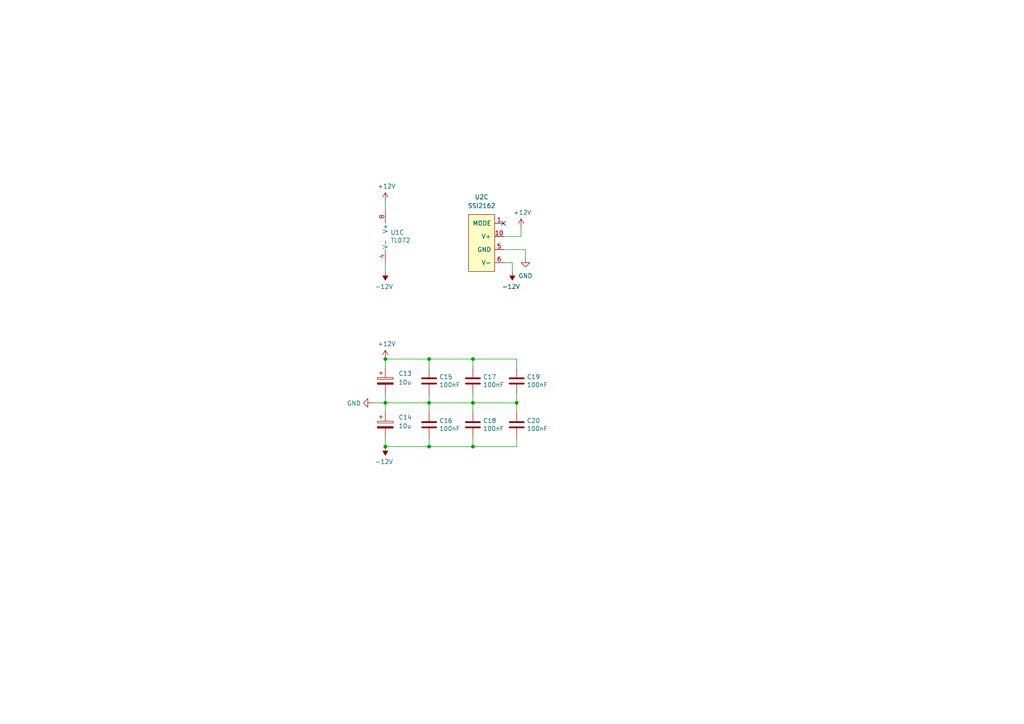
<source format=kicad_sch>
(kicad_sch (version 20211123) (generator eeschema)
  (paper "A4")
  (title_block (title "minimoog LPF") (date "2022-07-19") (rev "0.1") (comment 1 "creativecommons.org/licenses/by/4.0/") (comment 2 "License: CC by 4.0") (comment 3 "Author: Jordan Aceto"))
  (lib_symbols
    (symbol "Amplifier_Operational:TL072" (pin_names (offset 0.127))
      (property "Reference" "U" (at 0 5.08 0))
      (property "Value" "TL072" (at 0 -5.08 0))
      (symbol "TL072_1_1"
        (polyline (pts (xy -5.08 5.08) (xy 5.08 0) (xy -5.08 -5.08) (xy -5.08 5.08)) (stroke (width 0.254)) (fill (type background)))
        (pin output line (at 7.62 0 180) (length 2.54) (name "~") (number "1"))
        (pin input line (at -7.62 -2.54 0) (length 2.54) (name "-") (number "2"))
        (pin input line (at -7.62 2.54 0) (length 2.54) (name "+") (number "3"))
      )
      (symbol "TL072_2_1"
        (polyline (pts (xy -5.08 5.08) (xy 5.08 0) (xy -5.08 -5.08) (xy -5.08 5.08)) (stroke (width 0.254)) (fill (type background)))
        (pin input line (at -7.62 2.54 0) (length 2.54) (name "+") (number "5"))
        (pin input line (at -7.62 -2.54 0) (length 2.54) (name "-") (number "6"))
        (pin output line (at 7.62 0 180) (length 2.54) (name "~") (number "7"))
      )
      (symbol "TL072_3_1"
        (pin power_in line (at -2.54 -7.62 90) (length 3.81) (name "V-") (number "4"))
        (pin power_in line (at -2.54 7.62 270) (length 3.81) (name "V+") (number "8"))
      )
    )
    (symbol "Device:C" (pin_numbers hide) (pin_names (offset 0.254))
      (property "Reference" "C" (at 0.635 2.54 0))
      (property "Value" "C" (at 0.635 -2.54 0))
      (symbol "C_0_1"
        (polyline (pts (xy -2.032 -0.762) (xy 2.032 -0.762)) (stroke (width 0.508)))
        (polyline (pts (xy -2.032 0.762) (xy 2.032 0.762)) (stroke (width 0.508)))
      )
      (symbol "C_1_1"
        (pin passive line (at 0 3.81 270) (length 2.794) (name "~") (number "1"))
        (pin passive line (at 0 -3.81 90) (length 2.794) (name "~") (number "2"))
      )
    )
    (symbol "Device:C_Polarized" (pin_numbers hide) (pin_names (offset 0.254))
      (property "Reference" "C" (at 0.635 2.54 0))
      (property "Value" "C_Polarized" (at 0.635 -2.54 0))
      (symbol "C_Polarized_0_1"
        (rectangle (start -2.286 0.508) (end 2.286 1.016))
        (polyline (pts (xy -1.778 2.286) (xy -0.762 2.286)))
        (polyline (pts (xy -1.27 2.794) (xy -1.27 1.778)))
        (rectangle (start 2.286 -0.508) (end -2.286 -1.016) (fill (type outline)))
      )
      (symbol "C_Polarized_1_1"
        (pin passive line (at 0 3.81 270) (length 2.794) (name "~") (number "1"))
        (pin passive line (at 0 -3.81 90) (length 2.794) (name "~") (number "2"))
      )
    )
    (symbol "custom_symbols:SSI2162" (pin_names (offset 1.016))
      (property "Reference" "U?" (at -2.54 10.16 0))
      (property "Value" "SSI2162" (at -2.54 7.62 0))
      (symbol "SSI2162_1_1"
        (rectangle (start -5.08 5.08) (end 5.08 -5.08) (fill (type background)))
        (polyline (pts (xy 5.08 5.08) (xy -5.08 -5.08)))
        (polyline (pts (xy 5.08 5.08) (xy 10.16 0) (xy 5.08 -5.08) (xy -5.08 5.08)) (fill (type background)))
        (pin input line (at -7.62 0 0) (length 2.54) (name "~") (number "2"))
        (pin input line (at 0 -7.62 90) (length 2.54) (name "~") (number "3"))
        (pin output line (at 12.7 0 180) (length 2.54) (name "~") (number "4"))
      )
      (symbol "SSI2162_2_1"
        (rectangle (start -5.08 5.08) (end 5.08 -5.08) (fill (type background)))
        (polyline (pts (xy 5.08 5.08) (xy -5.08 -5.08)))
        (polyline (pts (xy 5.08 5.08) (xy 10.16 0) (xy 5.08 -5.08) (xy -5.08 5.08)) (fill (type background)))
        (pin output line (at 12.7 0 180) (length 2.54) (name "~") (number "7"))
        (pin input line (at 0 -7.62 90) (length 2.54) (name "~") (number "8"))
        (pin input line (at -7.62 0 0) (length 2.54) (name "~") (number "9"))
      )
      (symbol "SSI2162_3_1"
        (rectangle (start 3.81 -10.16) (end -3.81 6.35) (fill (type background)))
        (pin input line (at 6.35 3.81 180) (length 2.54) (name "MODE") (number "1"))
        (pin power_in line (at 6.35 0 180) (length 2.54) (name "V+") (number "10"))
        (pin power_in line (at 6.35 -3.81 180) (length 2.54) (name "GND") (number "5"))
        (pin power_in line (at 6.35 -7.62 180) (length 2.54) (name "V-") (number "6"))
      )
    )
    (symbol "power:+12V" (power) (pin_names (offset 0))
      (property "Value" "+12V" (at 0 3.556 0))
      (symbol "+12V_0_1"
        (polyline (pts (xy -0.762 1.27) (xy 0 2.54)))
        (polyline (pts (xy 0 0) (xy 0 2.54)))
        (polyline (pts (xy 0 2.54) (xy 0.762 1.27)))
      )
      (symbol "+12V_1_1"
        (pin power_in line (at 0 0 90) (length 0) hide (name "+12V") (number "1"))
      )
    )
    (symbol "power:-12V" (power) (pin_names (offset 0))
      (property "Value" "-12V" (at 0 3.81 0))
      (symbol "-12V_0_0"
        (pin power_in line (at 0 0 90) (length 0) hide (name "-12V") (number "1"))
      )
      (symbol "-12V_0_1"
        (polyline (pts (xy 0 0) (xy 0 1.27) (xy 0.762 1.27) (xy 0 2.54) (xy -0.762 1.27) (xy 0 1.27)) (fill (type outline)))
      )
    )
    (symbol "power:GND" (power) (pin_names (offset 0))
      (property "Value" "GND" (at 0 -3.81 0))
      (symbol "GND_0_1"
        (polyline (pts (xy 0 0) (xy 0 -1.27) (xy 1.27 -1.27) (xy 0 -2.54) (xy -1.27 -1.27) (xy 0 -1.27)))
      )
      (symbol "GND_1_1"
        (pin power_in line (at 0 0 270) (length 0) hide (name "GND") (number "1"))
      )
    )
  )
  (junction (at 124.46 116.84))
  (junction (at 137.16 104.14))
  (junction (at 111.76 129.54))
  (junction (at 124.46 129.54))
  (junction (at 111.76 104.14))
  (junction (at 111.76 116.84))
  (junction (at 137.16 116.84))
  (junction (at 124.46 104.14))
  (junction (at 137.16 129.54))
  (junction (at 149.86 116.84))
  (no_connect (at 146.05 64.77))
  (wire (pts (xy 148.59 76.2) (xy 148.59 78.74)))
  (wire (pts (xy 149.86 106.68) (xy 149.86 104.14)))
  (wire (pts (xy 124.46 116.84) (xy 111.76 116.84)))
  (wire (pts (xy 137.16 104.14) (xy 124.46 104.14)))
  (wire (pts (xy 137.16 116.84) (xy 124.46 116.84)))
  (wire (pts (xy 146.05 72.39) (xy 152.4 72.39)))
  (wire (pts (xy 146.05 68.58) (xy 151.13 68.58)))
  (wire (pts (xy 111.76 116.84) (xy 111.76 119.38)))
  (wire (pts (xy 124.46 104.14) (xy 111.76 104.14)))
  (wire (pts (xy 111.76 76.2) (xy 111.76 78.74)))
  (wire (pts (xy 137.16 114.3) (xy 137.16 116.84)))
  (wire (pts (xy 137.16 127) (xy 137.16 129.54)))
  (wire (pts (xy 137.16 106.68) (xy 137.16 104.14)))
  (wire (pts (xy 111.76 104.14) (xy 111.76 106.68)))
  (wire (pts (xy 149.86 127) (xy 149.86 129.54)))
  (wire (pts (xy 124.46 116.84) (xy 124.46 119.38)))
  (wire (pts (xy 149.86 114.3) (xy 149.86 116.84)))
  (wire (pts (xy 152.4 72.39) (xy 152.4 74.93)))
  (wire (pts (xy 111.76 129.54) (xy 111.76 127)))
  (wire (pts (xy 111.76 58.42) (xy 111.76 60.96)))
  (wire (pts (xy 146.05 76.2) (xy 148.59 76.2)))
  (wire (pts (xy 107.95 116.84) (xy 111.76 116.84)))
  (wire (pts (xy 149.86 116.84) (xy 137.16 116.84)))
  (wire (pts (xy 151.13 66.04) (xy 151.13 68.58)))
  (wire (pts (xy 149.86 104.14) (xy 137.16 104.14)))
  (wire (pts (xy 124.46 116.84) (xy 124.46 114.3)))
  (wire (pts (xy 149.86 129.54) (xy 137.16 129.54)))
  (wire (pts (xy 137.16 129.54) (xy 124.46 129.54)))
  (wire (pts (xy 124.46 129.54) (xy 111.76 129.54)))
  (wire (pts (xy 149.86 116.84) (xy 149.86 119.38)))
  (wire (pts (xy 124.46 127) (xy 124.46 129.54)))
  (wire (pts (xy 124.46 106.68) (xy 124.46 104.14)))
  (wire (pts (xy 137.16 116.84) (xy 137.16 119.38)))
  (wire (pts (xy 111.76 116.84) (xy 111.76 114.3)))
  (symbol (lib_id "Device:C") (at 124.46 123.19 0) (unit 1)
    (property "Reference" "C16" (at 127.381 122.0216 0) (effects (justify left)))
    (property "Value" "100nF" (at 127.381 124.333 0) (effects (justify left)))
    (property "Footprint" "Capacitor_SMD:C_0603_1608Metric" (effects hide))
  )
  (symbol (lib_id "Device:C") (at 137.16 110.49 0) (unit 1)
    (property "Reference" "C17" (at 140.081 109.3216 0) (effects (justify left)))
    (property "Value" "100nF" (at 140.081 111.633 0) (effects (justify left)))
    (property "Footprint" "Capacitor_SMD:C_0603_1608Metric" (effects hide))
  )
  (symbol (lib_id "Device:C") (at 137.16 123.19 0) (unit 1)
    (property "Reference" "C18" (at 140.081 122.0216 0) (effects (justify left)))
    (property "Value" "100nF" (at 140.081 124.333 0) (effects (justify left)))
    (property "Footprint" "Capacitor_SMD:C_0603_1608Metric" (effects hide))
  )
  (symbol (lib_id "Amplifier_Operational:TL072") (at 114.3 68.58 0) (unit 3)
    (property "Reference" "U1" (at 113.2332 67.4116 0) (effects (justify left)))
    (property "Value" "TL072" (at 113.2332 69.723 0) (effects (justify left)))
    (property "Footprint" "Package_SO:SOIC-8_3.9x4.9mm_P1.27mm" (effects hide))
    (property "Datasheet" "http://www.ti.com/lit/ds/symlink/tl071.pdf" (effects hide))
  )
  (symbol (lib_id "power:+12V") (at 111.76 58.42 0) (unit 1)
    (property "Reference" "#PWR0123" (effects hide))
    (property "Value" "+12V" (at 112.141 54.0258 0))
  )
  (symbol (lib_id "power:-12V") (at 111.76 78.74 180) (unit 1)
    (property "Reference" "#PWR0124" (effects hide))
    (property "Value" "-12V" (at 111.379 83.1342 0))
  )
  (symbol (lib_id "Device:C") (at 124.46 110.49 0) (unit 1)
    (property "Reference" "C15" (at 127.381 109.3216 0) (effects (justify left)))
    (property "Value" "100nF" (at 127.381 111.633 0) (effects (justify left)))
    (property "Footprint" "Capacitor_SMD:C_0603_1608Metric" (effects hide))
  )
  (symbol (lib_id "power:-12V") (at 111.76 129.54 180) (unit 1)
    (property "Reference" "#PWR0129" (effects hide))
    (property "Value" "-12V" (at 111.379 133.9342 0))
  )
  (symbol (lib_id "power:+12V") (at 111.76 104.14 0) (unit 1)
    (property "Reference" "#PWR0130" (effects hide))
    (property "Value" "+12V" (at 112.141 99.7458 0))
  )
  (symbol (lib_id "power:GND") (at 107.95 116.84 270) (unit 1)
    (property "Reference" "#PWR0131" (effects hide))
    (property "Value" "GND" (at 104.6988 116.967 90) (effects (justify right)))
  )
  (symbol (lib_id "Device:C") (at 149.86 110.49 0) (unit 1)
    (property "Reference" "C19" (at 152.781 109.3216 0) (effects (justify left)))
    (property "Value" "100nF" (at 152.781 111.633 0) (effects (justify left)))
    (property "Footprint" "Capacitor_SMD:C_0603_1608Metric" (effects hide))
  )
  (symbol (lib_id "Device:C") (at 149.86 123.19 0) (unit 1)
    (property "Reference" "C20" (at 152.781 122.0216 0) (effects (justify left)))
    (property "Value" "100nF" (at 152.781 124.333 0) (effects (justify left)))
    (property "Footprint" "Capacitor_SMD:C_0603_1608Metric" (effects hide))
  )
  (symbol (lib_id "power:+12V") (at 151.13 66.04 0) (unit 1)
    (property "Reference" "#PWR0116" (effects hide))
    (property "Value" "+12V" (at 151.511 61.6458 0))
  )
  (symbol (lib_id "power:GND") (at 152.4 74.93 0) (unit 1)
    (property "Reference" "#PWR0117" (effects hide))
    (property "Value" "GND" (at 152.4 80.01 0))
  )
  (symbol (lib_id "Device:C_Polarized") (at 111.76 123.19 0) (unit 1)
    (property "Reference" "C14" (at 115.57 121.0309 0) (effects (justify left)))
    (property "Value" "10u" (at 115.57 123.5709 0) (effects (justify left)))
    (property "Footprint" "Capacitor_THT:CP_Radial_D6.3mm_P2.50mm" (effects hide))
  )
  (symbol (lib_id "Device:C_Polarized") (at 111.76 110.49 0) (unit 1)
    (property "Reference" "C13" (at 115.57 108.3309 0) (effects (justify left)))
    (property "Value" "10u" (at 115.57 110.8709 0) (effects (justify left)))
    (property "Footprint" "Capacitor_THT:CP_Radial_D6.3mm_P2.50mm" (effects hide))
  )
  (symbol (lib_id "power:-12V") (at 148.59 78.74 180) (unit 1)
    (property "Reference" "#PWR0115" (effects hide))
    (property "Value" "-12V" (at 148.209 83.1342 0))
  )
  (symbol (lib_id "custom_symbols:SSI2162") (at 139.7 68.58 0) (unit 3)
    (property "Reference" "U2" (at 139.7 57.15 0))
    (property "Value" "SSI2162" (at 139.7 59.69 0))
    (property "Footprint" "Package_SO:SSOP-10_3.9x4.9mm_P1.00mm" (effects hide))
    (property "Datasheet" "https://www.soundsemiconductor.com/downloads/ssi2162datasheet.pdf" (effects hide))
  )
)
</source>
